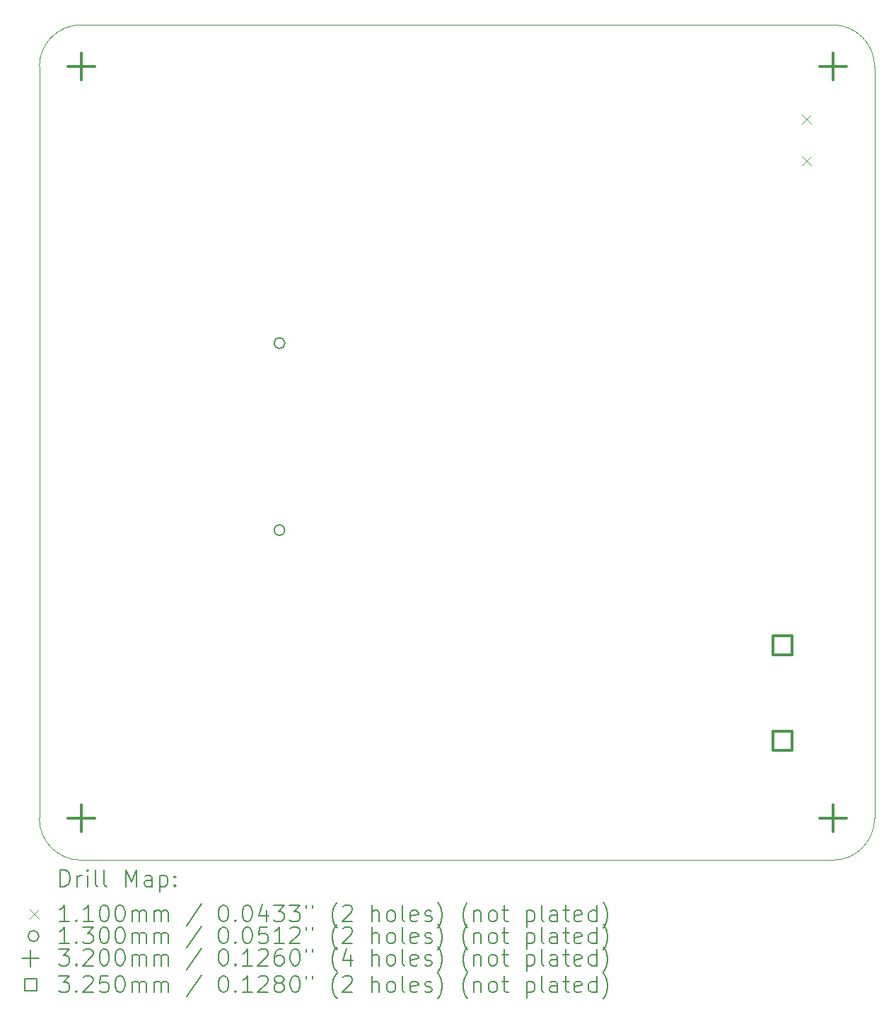
<source format=gbr>
%TF.GenerationSoftware,KiCad,Pcbnew,6.0.11-3.fc36*%
%TF.CreationDate,2023-04-28T14:32:20+02:00*%
%TF.ProjectId,openX65-vabo,6f70656e-5836-4352-9d76-61626f2e6b69,rev01*%
%TF.SameCoordinates,Original*%
%TF.FileFunction,Drillmap*%
%TF.FilePolarity,Positive*%
%FSLAX45Y45*%
G04 Gerber Fmt 4.5, Leading zero omitted, Abs format (unit mm)*
G04 Created by KiCad (PCBNEW 6.0.11-3.fc36) date 2023-04-28 14:32:20*
%MOMM*%
%LPD*%
G01*
G04 APERTURE LIST*
%ADD10C,0.100000*%
%ADD11C,0.200000*%
%ADD12C,0.110000*%
%ADD13C,0.130000*%
%ADD14C,0.320000*%
%ADD15C,0.325000*%
G04 APERTURE END LIST*
D10*
X6500000Y-4000000D02*
X15500000Y-4000000D01*
X16000000Y-13500000D02*
X16000000Y-4500000D01*
X6500000Y-4000004D02*
G75*
G03*
X6000000Y-4498000I-2000J-497996D01*
G01*
X6000000Y-13500000D02*
G75*
G03*
X6500000Y-14000000I500000J0D01*
G01*
X15500000Y-14000000D02*
X6500000Y-14000000D01*
X6000000Y-13500000D02*
X6000000Y-4498000D01*
X15500000Y-14000000D02*
G75*
G03*
X16000000Y-13500000I0J500000D01*
G01*
X16000000Y-4500000D02*
G75*
G03*
X15500000Y-4000000I-500000J0D01*
G01*
D11*
D12*
X15127500Y-5070000D02*
X15237500Y-5180000D01*
X15237500Y-5070000D02*
X15127500Y-5180000D01*
X15127500Y-5570000D02*
X15237500Y-5680000D01*
X15237500Y-5570000D02*
X15127500Y-5680000D01*
D13*
X8940000Y-7809000D02*
G75*
G03*
X8940000Y-7809000I-65000J0D01*
G01*
X8940000Y-10049000D02*
G75*
G03*
X8940000Y-10049000I-65000J0D01*
G01*
D14*
X6500000Y-4340000D02*
X6500000Y-4660000D01*
X6340000Y-4500000D02*
X6660000Y-4500000D01*
X6500000Y-13340000D02*
X6500000Y-13660000D01*
X6340000Y-13500000D02*
X6660000Y-13500000D01*
X15500000Y-4340000D02*
X15500000Y-4660000D01*
X15340000Y-4500000D02*
X15660000Y-4500000D01*
X15500000Y-13340000D02*
X15500000Y-13660000D01*
X15340000Y-13500000D02*
X15660000Y-13500000D01*
D15*
X15011906Y-11543406D02*
X15011906Y-11313594D01*
X14782094Y-11313594D01*
X14782094Y-11543406D01*
X15011906Y-11543406D01*
X15011906Y-12686406D02*
X15011906Y-12456594D01*
X14782094Y-12456594D01*
X14782094Y-12686406D01*
X15011906Y-12686406D01*
D11*
X6252619Y-14315476D02*
X6252619Y-14115476D01*
X6300238Y-14115476D01*
X6328809Y-14125000D01*
X6347857Y-14144048D01*
X6357381Y-14163095D01*
X6366905Y-14201190D01*
X6366905Y-14229762D01*
X6357381Y-14267857D01*
X6347857Y-14286905D01*
X6328809Y-14305952D01*
X6300238Y-14315476D01*
X6252619Y-14315476D01*
X6452619Y-14315476D02*
X6452619Y-14182143D01*
X6452619Y-14220238D02*
X6462143Y-14201190D01*
X6471667Y-14191667D01*
X6490714Y-14182143D01*
X6509762Y-14182143D01*
X6576428Y-14315476D02*
X6576428Y-14182143D01*
X6576428Y-14115476D02*
X6566905Y-14125000D01*
X6576428Y-14134524D01*
X6585952Y-14125000D01*
X6576428Y-14115476D01*
X6576428Y-14134524D01*
X6700238Y-14315476D02*
X6681190Y-14305952D01*
X6671667Y-14286905D01*
X6671667Y-14115476D01*
X6805000Y-14315476D02*
X6785952Y-14305952D01*
X6776428Y-14286905D01*
X6776428Y-14115476D01*
X7033571Y-14315476D02*
X7033571Y-14115476D01*
X7100238Y-14258333D01*
X7166905Y-14115476D01*
X7166905Y-14315476D01*
X7347857Y-14315476D02*
X7347857Y-14210714D01*
X7338333Y-14191667D01*
X7319286Y-14182143D01*
X7281190Y-14182143D01*
X7262143Y-14191667D01*
X7347857Y-14305952D02*
X7328809Y-14315476D01*
X7281190Y-14315476D01*
X7262143Y-14305952D01*
X7252619Y-14286905D01*
X7252619Y-14267857D01*
X7262143Y-14248809D01*
X7281190Y-14239286D01*
X7328809Y-14239286D01*
X7347857Y-14229762D01*
X7443095Y-14182143D02*
X7443095Y-14382143D01*
X7443095Y-14191667D02*
X7462143Y-14182143D01*
X7500238Y-14182143D01*
X7519286Y-14191667D01*
X7528809Y-14201190D01*
X7538333Y-14220238D01*
X7538333Y-14277381D01*
X7528809Y-14296428D01*
X7519286Y-14305952D01*
X7500238Y-14315476D01*
X7462143Y-14315476D01*
X7443095Y-14305952D01*
X7624048Y-14296428D02*
X7633571Y-14305952D01*
X7624048Y-14315476D01*
X7614524Y-14305952D01*
X7624048Y-14296428D01*
X7624048Y-14315476D01*
X7624048Y-14191667D02*
X7633571Y-14201190D01*
X7624048Y-14210714D01*
X7614524Y-14201190D01*
X7624048Y-14191667D01*
X7624048Y-14210714D01*
D12*
X5885000Y-14590000D02*
X5995000Y-14700000D01*
X5995000Y-14590000D02*
X5885000Y-14700000D01*
D11*
X6357381Y-14735476D02*
X6243095Y-14735476D01*
X6300238Y-14735476D02*
X6300238Y-14535476D01*
X6281190Y-14564048D01*
X6262143Y-14583095D01*
X6243095Y-14592619D01*
X6443095Y-14716428D02*
X6452619Y-14725952D01*
X6443095Y-14735476D01*
X6433571Y-14725952D01*
X6443095Y-14716428D01*
X6443095Y-14735476D01*
X6643095Y-14735476D02*
X6528809Y-14735476D01*
X6585952Y-14735476D02*
X6585952Y-14535476D01*
X6566905Y-14564048D01*
X6547857Y-14583095D01*
X6528809Y-14592619D01*
X6766905Y-14535476D02*
X6785952Y-14535476D01*
X6805000Y-14545000D01*
X6814524Y-14554524D01*
X6824048Y-14573571D01*
X6833571Y-14611667D01*
X6833571Y-14659286D01*
X6824048Y-14697381D01*
X6814524Y-14716428D01*
X6805000Y-14725952D01*
X6785952Y-14735476D01*
X6766905Y-14735476D01*
X6747857Y-14725952D01*
X6738333Y-14716428D01*
X6728809Y-14697381D01*
X6719286Y-14659286D01*
X6719286Y-14611667D01*
X6728809Y-14573571D01*
X6738333Y-14554524D01*
X6747857Y-14545000D01*
X6766905Y-14535476D01*
X6957381Y-14535476D02*
X6976428Y-14535476D01*
X6995476Y-14545000D01*
X7005000Y-14554524D01*
X7014524Y-14573571D01*
X7024048Y-14611667D01*
X7024048Y-14659286D01*
X7014524Y-14697381D01*
X7005000Y-14716428D01*
X6995476Y-14725952D01*
X6976428Y-14735476D01*
X6957381Y-14735476D01*
X6938333Y-14725952D01*
X6928809Y-14716428D01*
X6919286Y-14697381D01*
X6909762Y-14659286D01*
X6909762Y-14611667D01*
X6919286Y-14573571D01*
X6928809Y-14554524D01*
X6938333Y-14545000D01*
X6957381Y-14535476D01*
X7109762Y-14735476D02*
X7109762Y-14602143D01*
X7109762Y-14621190D02*
X7119286Y-14611667D01*
X7138333Y-14602143D01*
X7166905Y-14602143D01*
X7185952Y-14611667D01*
X7195476Y-14630714D01*
X7195476Y-14735476D01*
X7195476Y-14630714D02*
X7205000Y-14611667D01*
X7224048Y-14602143D01*
X7252619Y-14602143D01*
X7271667Y-14611667D01*
X7281190Y-14630714D01*
X7281190Y-14735476D01*
X7376428Y-14735476D02*
X7376428Y-14602143D01*
X7376428Y-14621190D02*
X7385952Y-14611667D01*
X7405000Y-14602143D01*
X7433571Y-14602143D01*
X7452619Y-14611667D01*
X7462143Y-14630714D01*
X7462143Y-14735476D01*
X7462143Y-14630714D02*
X7471667Y-14611667D01*
X7490714Y-14602143D01*
X7519286Y-14602143D01*
X7538333Y-14611667D01*
X7547857Y-14630714D01*
X7547857Y-14735476D01*
X7938333Y-14525952D02*
X7766905Y-14783095D01*
X8195476Y-14535476D02*
X8214524Y-14535476D01*
X8233571Y-14545000D01*
X8243095Y-14554524D01*
X8252619Y-14573571D01*
X8262143Y-14611667D01*
X8262143Y-14659286D01*
X8252619Y-14697381D01*
X8243095Y-14716428D01*
X8233571Y-14725952D01*
X8214524Y-14735476D01*
X8195476Y-14735476D01*
X8176428Y-14725952D01*
X8166905Y-14716428D01*
X8157381Y-14697381D01*
X8147857Y-14659286D01*
X8147857Y-14611667D01*
X8157381Y-14573571D01*
X8166905Y-14554524D01*
X8176428Y-14545000D01*
X8195476Y-14535476D01*
X8347857Y-14716428D02*
X8357381Y-14725952D01*
X8347857Y-14735476D01*
X8338333Y-14725952D01*
X8347857Y-14716428D01*
X8347857Y-14735476D01*
X8481190Y-14535476D02*
X8500238Y-14535476D01*
X8519286Y-14545000D01*
X8528810Y-14554524D01*
X8538333Y-14573571D01*
X8547857Y-14611667D01*
X8547857Y-14659286D01*
X8538333Y-14697381D01*
X8528810Y-14716428D01*
X8519286Y-14725952D01*
X8500238Y-14735476D01*
X8481190Y-14735476D01*
X8462143Y-14725952D01*
X8452619Y-14716428D01*
X8443095Y-14697381D01*
X8433571Y-14659286D01*
X8433571Y-14611667D01*
X8443095Y-14573571D01*
X8452619Y-14554524D01*
X8462143Y-14545000D01*
X8481190Y-14535476D01*
X8719286Y-14602143D02*
X8719286Y-14735476D01*
X8671667Y-14525952D02*
X8624048Y-14668809D01*
X8747857Y-14668809D01*
X8805000Y-14535476D02*
X8928810Y-14535476D01*
X8862143Y-14611667D01*
X8890714Y-14611667D01*
X8909762Y-14621190D01*
X8919286Y-14630714D01*
X8928810Y-14649762D01*
X8928810Y-14697381D01*
X8919286Y-14716428D01*
X8909762Y-14725952D01*
X8890714Y-14735476D01*
X8833571Y-14735476D01*
X8814524Y-14725952D01*
X8805000Y-14716428D01*
X8995476Y-14535476D02*
X9119286Y-14535476D01*
X9052619Y-14611667D01*
X9081190Y-14611667D01*
X9100238Y-14621190D01*
X9109762Y-14630714D01*
X9119286Y-14649762D01*
X9119286Y-14697381D01*
X9109762Y-14716428D01*
X9100238Y-14725952D01*
X9081190Y-14735476D01*
X9024048Y-14735476D01*
X9005000Y-14725952D01*
X8995476Y-14716428D01*
X9195476Y-14535476D02*
X9195476Y-14573571D01*
X9271667Y-14535476D02*
X9271667Y-14573571D01*
X9566905Y-14811667D02*
X9557381Y-14802143D01*
X9538333Y-14773571D01*
X9528810Y-14754524D01*
X9519286Y-14725952D01*
X9509762Y-14678333D01*
X9509762Y-14640238D01*
X9519286Y-14592619D01*
X9528810Y-14564048D01*
X9538333Y-14545000D01*
X9557381Y-14516428D01*
X9566905Y-14506905D01*
X9633571Y-14554524D02*
X9643095Y-14545000D01*
X9662143Y-14535476D01*
X9709762Y-14535476D01*
X9728810Y-14545000D01*
X9738333Y-14554524D01*
X9747857Y-14573571D01*
X9747857Y-14592619D01*
X9738333Y-14621190D01*
X9624048Y-14735476D01*
X9747857Y-14735476D01*
X9985952Y-14735476D02*
X9985952Y-14535476D01*
X10071667Y-14735476D02*
X10071667Y-14630714D01*
X10062143Y-14611667D01*
X10043095Y-14602143D01*
X10014524Y-14602143D01*
X9995476Y-14611667D01*
X9985952Y-14621190D01*
X10195476Y-14735476D02*
X10176429Y-14725952D01*
X10166905Y-14716428D01*
X10157381Y-14697381D01*
X10157381Y-14640238D01*
X10166905Y-14621190D01*
X10176429Y-14611667D01*
X10195476Y-14602143D01*
X10224048Y-14602143D01*
X10243095Y-14611667D01*
X10252619Y-14621190D01*
X10262143Y-14640238D01*
X10262143Y-14697381D01*
X10252619Y-14716428D01*
X10243095Y-14725952D01*
X10224048Y-14735476D01*
X10195476Y-14735476D01*
X10376429Y-14735476D02*
X10357381Y-14725952D01*
X10347857Y-14706905D01*
X10347857Y-14535476D01*
X10528810Y-14725952D02*
X10509762Y-14735476D01*
X10471667Y-14735476D01*
X10452619Y-14725952D01*
X10443095Y-14706905D01*
X10443095Y-14630714D01*
X10452619Y-14611667D01*
X10471667Y-14602143D01*
X10509762Y-14602143D01*
X10528810Y-14611667D01*
X10538333Y-14630714D01*
X10538333Y-14649762D01*
X10443095Y-14668809D01*
X10614524Y-14725952D02*
X10633571Y-14735476D01*
X10671667Y-14735476D01*
X10690714Y-14725952D01*
X10700238Y-14706905D01*
X10700238Y-14697381D01*
X10690714Y-14678333D01*
X10671667Y-14668809D01*
X10643095Y-14668809D01*
X10624048Y-14659286D01*
X10614524Y-14640238D01*
X10614524Y-14630714D01*
X10624048Y-14611667D01*
X10643095Y-14602143D01*
X10671667Y-14602143D01*
X10690714Y-14611667D01*
X10766905Y-14811667D02*
X10776429Y-14802143D01*
X10795476Y-14773571D01*
X10805000Y-14754524D01*
X10814524Y-14725952D01*
X10824048Y-14678333D01*
X10824048Y-14640238D01*
X10814524Y-14592619D01*
X10805000Y-14564048D01*
X10795476Y-14545000D01*
X10776429Y-14516428D01*
X10766905Y-14506905D01*
X11128810Y-14811667D02*
X11119286Y-14802143D01*
X11100238Y-14773571D01*
X11090714Y-14754524D01*
X11081190Y-14725952D01*
X11071667Y-14678333D01*
X11071667Y-14640238D01*
X11081190Y-14592619D01*
X11090714Y-14564048D01*
X11100238Y-14545000D01*
X11119286Y-14516428D01*
X11128810Y-14506905D01*
X11205000Y-14602143D02*
X11205000Y-14735476D01*
X11205000Y-14621190D02*
X11214524Y-14611667D01*
X11233571Y-14602143D01*
X11262143Y-14602143D01*
X11281190Y-14611667D01*
X11290714Y-14630714D01*
X11290714Y-14735476D01*
X11414524Y-14735476D02*
X11395476Y-14725952D01*
X11385952Y-14716428D01*
X11376428Y-14697381D01*
X11376428Y-14640238D01*
X11385952Y-14621190D01*
X11395476Y-14611667D01*
X11414524Y-14602143D01*
X11443095Y-14602143D01*
X11462143Y-14611667D01*
X11471667Y-14621190D01*
X11481190Y-14640238D01*
X11481190Y-14697381D01*
X11471667Y-14716428D01*
X11462143Y-14725952D01*
X11443095Y-14735476D01*
X11414524Y-14735476D01*
X11538333Y-14602143D02*
X11614524Y-14602143D01*
X11566905Y-14535476D02*
X11566905Y-14706905D01*
X11576428Y-14725952D01*
X11595476Y-14735476D01*
X11614524Y-14735476D01*
X11833571Y-14602143D02*
X11833571Y-14802143D01*
X11833571Y-14611667D02*
X11852619Y-14602143D01*
X11890714Y-14602143D01*
X11909762Y-14611667D01*
X11919286Y-14621190D01*
X11928809Y-14640238D01*
X11928809Y-14697381D01*
X11919286Y-14716428D01*
X11909762Y-14725952D01*
X11890714Y-14735476D01*
X11852619Y-14735476D01*
X11833571Y-14725952D01*
X12043095Y-14735476D02*
X12024048Y-14725952D01*
X12014524Y-14706905D01*
X12014524Y-14535476D01*
X12205000Y-14735476D02*
X12205000Y-14630714D01*
X12195476Y-14611667D01*
X12176428Y-14602143D01*
X12138333Y-14602143D01*
X12119286Y-14611667D01*
X12205000Y-14725952D02*
X12185952Y-14735476D01*
X12138333Y-14735476D01*
X12119286Y-14725952D01*
X12109762Y-14706905D01*
X12109762Y-14687857D01*
X12119286Y-14668809D01*
X12138333Y-14659286D01*
X12185952Y-14659286D01*
X12205000Y-14649762D01*
X12271667Y-14602143D02*
X12347857Y-14602143D01*
X12300238Y-14535476D02*
X12300238Y-14706905D01*
X12309762Y-14725952D01*
X12328809Y-14735476D01*
X12347857Y-14735476D01*
X12490714Y-14725952D02*
X12471667Y-14735476D01*
X12433571Y-14735476D01*
X12414524Y-14725952D01*
X12405000Y-14706905D01*
X12405000Y-14630714D01*
X12414524Y-14611667D01*
X12433571Y-14602143D01*
X12471667Y-14602143D01*
X12490714Y-14611667D01*
X12500238Y-14630714D01*
X12500238Y-14649762D01*
X12405000Y-14668809D01*
X12671667Y-14735476D02*
X12671667Y-14535476D01*
X12671667Y-14725952D02*
X12652619Y-14735476D01*
X12614524Y-14735476D01*
X12595476Y-14725952D01*
X12585952Y-14716428D01*
X12576428Y-14697381D01*
X12576428Y-14640238D01*
X12585952Y-14621190D01*
X12595476Y-14611667D01*
X12614524Y-14602143D01*
X12652619Y-14602143D01*
X12671667Y-14611667D01*
X12747857Y-14811667D02*
X12757381Y-14802143D01*
X12776428Y-14773571D01*
X12785952Y-14754524D01*
X12795476Y-14725952D01*
X12805000Y-14678333D01*
X12805000Y-14640238D01*
X12795476Y-14592619D01*
X12785952Y-14564048D01*
X12776428Y-14545000D01*
X12757381Y-14516428D01*
X12747857Y-14506905D01*
D13*
X5995000Y-14909000D02*
G75*
G03*
X5995000Y-14909000I-65000J0D01*
G01*
D11*
X6357381Y-14999476D02*
X6243095Y-14999476D01*
X6300238Y-14999476D02*
X6300238Y-14799476D01*
X6281190Y-14828048D01*
X6262143Y-14847095D01*
X6243095Y-14856619D01*
X6443095Y-14980428D02*
X6452619Y-14989952D01*
X6443095Y-14999476D01*
X6433571Y-14989952D01*
X6443095Y-14980428D01*
X6443095Y-14999476D01*
X6519286Y-14799476D02*
X6643095Y-14799476D01*
X6576428Y-14875667D01*
X6605000Y-14875667D01*
X6624048Y-14885190D01*
X6633571Y-14894714D01*
X6643095Y-14913762D01*
X6643095Y-14961381D01*
X6633571Y-14980428D01*
X6624048Y-14989952D01*
X6605000Y-14999476D01*
X6547857Y-14999476D01*
X6528809Y-14989952D01*
X6519286Y-14980428D01*
X6766905Y-14799476D02*
X6785952Y-14799476D01*
X6805000Y-14809000D01*
X6814524Y-14818524D01*
X6824048Y-14837571D01*
X6833571Y-14875667D01*
X6833571Y-14923286D01*
X6824048Y-14961381D01*
X6814524Y-14980428D01*
X6805000Y-14989952D01*
X6785952Y-14999476D01*
X6766905Y-14999476D01*
X6747857Y-14989952D01*
X6738333Y-14980428D01*
X6728809Y-14961381D01*
X6719286Y-14923286D01*
X6719286Y-14875667D01*
X6728809Y-14837571D01*
X6738333Y-14818524D01*
X6747857Y-14809000D01*
X6766905Y-14799476D01*
X6957381Y-14799476D02*
X6976428Y-14799476D01*
X6995476Y-14809000D01*
X7005000Y-14818524D01*
X7014524Y-14837571D01*
X7024048Y-14875667D01*
X7024048Y-14923286D01*
X7014524Y-14961381D01*
X7005000Y-14980428D01*
X6995476Y-14989952D01*
X6976428Y-14999476D01*
X6957381Y-14999476D01*
X6938333Y-14989952D01*
X6928809Y-14980428D01*
X6919286Y-14961381D01*
X6909762Y-14923286D01*
X6909762Y-14875667D01*
X6919286Y-14837571D01*
X6928809Y-14818524D01*
X6938333Y-14809000D01*
X6957381Y-14799476D01*
X7109762Y-14999476D02*
X7109762Y-14866143D01*
X7109762Y-14885190D02*
X7119286Y-14875667D01*
X7138333Y-14866143D01*
X7166905Y-14866143D01*
X7185952Y-14875667D01*
X7195476Y-14894714D01*
X7195476Y-14999476D01*
X7195476Y-14894714D02*
X7205000Y-14875667D01*
X7224048Y-14866143D01*
X7252619Y-14866143D01*
X7271667Y-14875667D01*
X7281190Y-14894714D01*
X7281190Y-14999476D01*
X7376428Y-14999476D02*
X7376428Y-14866143D01*
X7376428Y-14885190D02*
X7385952Y-14875667D01*
X7405000Y-14866143D01*
X7433571Y-14866143D01*
X7452619Y-14875667D01*
X7462143Y-14894714D01*
X7462143Y-14999476D01*
X7462143Y-14894714D02*
X7471667Y-14875667D01*
X7490714Y-14866143D01*
X7519286Y-14866143D01*
X7538333Y-14875667D01*
X7547857Y-14894714D01*
X7547857Y-14999476D01*
X7938333Y-14789952D02*
X7766905Y-15047095D01*
X8195476Y-14799476D02*
X8214524Y-14799476D01*
X8233571Y-14809000D01*
X8243095Y-14818524D01*
X8252619Y-14837571D01*
X8262143Y-14875667D01*
X8262143Y-14923286D01*
X8252619Y-14961381D01*
X8243095Y-14980428D01*
X8233571Y-14989952D01*
X8214524Y-14999476D01*
X8195476Y-14999476D01*
X8176428Y-14989952D01*
X8166905Y-14980428D01*
X8157381Y-14961381D01*
X8147857Y-14923286D01*
X8147857Y-14875667D01*
X8157381Y-14837571D01*
X8166905Y-14818524D01*
X8176428Y-14809000D01*
X8195476Y-14799476D01*
X8347857Y-14980428D02*
X8357381Y-14989952D01*
X8347857Y-14999476D01*
X8338333Y-14989952D01*
X8347857Y-14980428D01*
X8347857Y-14999476D01*
X8481190Y-14799476D02*
X8500238Y-14799476D01*
X8519286Y-14809000D01*
X8528810Y-14818524D01*
X8538333Y-14837571D01*
X8547857Y-14875667D01*
X8547857Y-14923286D01*
X8538333Y-14961381D01*
X8528810Y-14980428D01*
X8519286Y-14989952D01*
X8500238Y-14999476D01*
X8481190Y-14999476D01*
X8462143Y-14989952D01*
X8452619Y-14980428D01*
X8443095Y-14961381D01*
X8433571Y-14923286D01*
X8433571Y-14875667D01*
X8443095Y-14837571D01*
X8452619Y-14818524D01*
X8462143Y-14809000D01*
X8481190Y-14799476D01*
X8728810Y-14799476D02*
X8633571Y-14799476D01*
X8624048Y-14894714D01*
X8633571Y-14885190D01*
X8652619Y-14875667D01*
X8700238Y-14875667D01*
X8719286Y-14885190D01*
X8728810Y-14894714D01*
X8738333Y-14913762D01*
X8738333Y-14961381D01*
X8728810Y-14980428D01*
X8719286Y-14989952D01*
X8700238Y-14999476D01*
X8652619Y-14999476D01*
X8633571Y-14989952D01*
X8624048Y-14980428D01*
X8928810Y-14999476D02*
X8814524Y-14999476D01*
X8871667Y-14999476D02*
X8871667Y-14799476D01*
X8852619Y-14828048D01*
X8833571Y-14847095D01*
X8814524Y-14856619D01*
X9005000Y-14818524D02*
X9014524Y-14809000D01*
X9033571Y-14799476D01*
X9081190Y-14799476D01*
X9100238Y-14809000D01*
X9109762Y-14818524D01*
X9119286Y-14837571D01*
X9119286Y-14856619D01*
X9109762Y-14885190D01*
X8995476Y-14999476D01*
X9119286Y-14999476D01*
X9195476Y-14799476D02*
X9195476Y-14837571D01*
X9271667Y-14799476D02*
X9271667Y-14837571D01*
X9566905Y-15075667D02*
X9557381Y-15066143D01*
X9538333Y-15037571D01*
X9528810Y-15018524D01*
X9519286Y-14989952D01*
X9509762Y-14942333D01*
X9509762Y-14904238D01*
X9519286Y-14856619D01*
X9528810Y-14828048D01*
X9538333Y-14809000D01*
X9557381Y-14780428D01*
X9566905Y-14770905D01*
X9633571Y-14818524D02*
X9643095Y-14809000D01*
X9662143Y-14799476D01*
X9709762Y-14799476D01*
X9728810Y-14809000D01*
X9738333Y-14818524D01*
X9747857Y-14837571D01*
X9747857Y-14856619D01*
X9738333Y-14885190D01*
X9624048Y-14999476D01*
X9747857Y-14999476D01*
X9985952Y-14999476D02*
X9985952Y-14799476D01*
X10071667Y-14999476D02*
X10071667Y-14894714D01*
X10062143Y-14875667D01*
X10043095Y-14866143D01*
X10014524Y-14866143D01*
X9995476Y-14875667D01*
X9985952Y-14885190D01*
X10195476Y-14999476D02*
X10176429Y-14989952D01*
X10166905Y-14980428D01*
X10157381Y-14961381D01*
X10157381Y-14904238D01*
X10166905Y-14885190D01*
X10176429Y-14875667D01*
X10195476Y-14866143D01*
X10224048Y-14866143D01*
X10243095Y-14875667D01*
X10252619Y-14885190D01*
X10262143Y-14904238D01*
X10262143Y-14961381D01*
X10252619Y-14980428D01*
X10243095Y-14989952D01*
X10224048Y-14999476D01*
X10195476Y-14999476D01*
X10376429Y-14999476D02*
X10357381Y-14989952D01*
X10347857Y-14970905D01*
X10347857Y-14799476D01*
X10528810Y-14989952D02*
X10509762Y-14999476D01*
X10471667Y-14999476D01*
X10452619Y-14989952D01*
X10443095Y-14970905D01*
X10443095Y-14894714D01*
X10452619Y-14875667D01*
X10471667Y-14866143D01*
X10509762Y-14866143D01*
X10528810Y-14875667D01*
X10538333Y-14894714D01*
X10538333Y-14913762D01*
X10443095Y-14932809D01*
X10614524Y-14989952D02*
X10633571Y-14999476D01*
X10671667Y-14999476D01*
X10690714Y-14989952D01*
X10700238Y-14970905D01*
X10700238Y-14961381D01*
X10690714Y-14942333D01*
X10671667Y-14932809D01*
X10643095Y-14932809D01*
X10624048Y-14923286D01*
X10614524Y-14904238D01*
X10614524Y-14894714D01*
X10624048Y-14875667D01*
X10643095Y-14866143D01*
X10671667Y-14866143D01*
X10690714Y-14875667D01*
X10766905Y-15075667D02*
X10776429Y-15066143D01*
X10795476Y-15037571D01*
X10805000Y-15018524D01*
X10814524Y-14989952D01*
X10824048Y-14942333D01*
X10824048Y-14904238D01*
X10814524Y-14856619D01*
X10805000Y-14828048D01*
X10795476Y-14809000D01*
X10776429Y-14780428D01*
X10766905Y-14770905D01*
X11128810Y-15075667D02*
X11119286Y-15066143D01*
X11100238Y-15037571D01*
X11090714Y-15018524D01*
X11081190Y-14989952D01*
X11071667Y-14942333D01*
X11071667Y-14904238D01*
X11081190Y-14856619D01*
X11090714Y-14828048D01*
X11100238Y-14809000D01*
X11119286Y-14780428D01*
X11128810Y-14770905D01*
X11205000Y-14866143D02*
X11205000Y-14999476D01*
X11205000Y-14885190D02*
X11214524Y-14875667D01*
X11233571Y-14866143D01*
X11262143Y-14866143D01*
X11281190Y-14875667D01*
X11290714Y-14894714D01*
X11290714Y-14999476D01*
X11414524Y-14999476D02*
X11395476Y-14989952D01*
X11385952Y-14980428D01*
X11376428Y-14961381D01*
X11376428Y-14904238D01*
X11385952Y-14885190D01*
X11395476Y-14875667D01*
X11414524Y-14866143D01*
X11443095Y-14866143D01*
X11462143Y-14875667D01*
X11471667Y-14885190D01*
X11481190Y-14904238D01*
X11481190Y-14961381D01*
X11471667Y-14980428D01*
X11462143Y-14989952D01*
X11443095Y-14999476D01*
X11414524Y-14999476D01*
X11538333Y-14866143D02*
X11614524Y-14866143D01*
X11566905Y-14799476D02*
X11566905Y-14970905D01*
X11576428Y-14989952D01*
X11595476Y-14999476D01*
X11614524Y-14999476D01*
X11833571Y-14866143D02*
X11833571Y-15066143D01*
X11833571Y-14875667D02*
X11852619Y-14866143D01*
X11890714Y-14866143D01*
X11909762Y-14875667D01*
X11919286Y-14885190D01*
X11928809Y-14904238D01*
X11928809Y-14961381D01*
X11919286Y-14980428D01*
X11909762Y-14989952D01*
X11890714Y-14999476D01*
X11852619Y-14999476D01*
X11833571Y-14989952D01*
X12043095Y-14999476D02*
X12024048Y-14989952D01*
X12014524Y-14970905D01*
X12014524Y-14799476D01*
X12205000Y-14999476D02*
X12205000Y-14894714D01*
X12195476Y-14875667D01*
X12176428Y-14866143D01*
X12138333Y-14866143D01*
X12119286Y-14875667D01*
X12205000Y-14989952D02*
X12185952Y-14999476D01*
X12138333Y-14999476D01*
X12119286Y-14989952D01*
X12109762Y-14970905D01*
X12109762Y-14951857D01*
X12119286Y-14932809D01*
X12138333Y-14923286D01*
X12185952Y-14923286D01*
X12205000Y-14913762D01*
X12271667Y-14866143D02*
X12347857Y-14866143D01*
X12300238Y-14799476D02*
X12300238Y-14970905D01*
X12309762Y-14989952D01*
X12328809Y-14999476D01*
X12347857Y-14999476D01*
X12490714Y-14989952D02*
X12471667Y-14999476D01*
X12433571Y-14999476D01*
X12414524Y-14989952D01*
X12405000Y-14970905D01*
X12405000Y-14894714D01*
X12414524Y-14875667D01*
X12433571Y-14866143D01*
X12471667Y-14866143D01*
X12490714Y-14875667D01*
X12500238Y-14894714D01*
X12500238Y-14913762D01*
X12405000Y-14932809D01*
X12671667Y-14999476D02*
X12671667Y-14799476D01*
X12671667Y-14989952D02*
X12652619Y-14999476D01*
X12614524Y-14999476D01*
X12595476Y-14989952D01*
X12585952Y-14980428D01*
X12576428Y-14961381D01*
X12576428Y-14904238D01*
X12585952Y-14885190D01*
X12595476Y-14875667D01*
X12614524Y-14866143D01*
X12652619Y-14866143D01*
X12671667Y-14875667D01*
X12747857Y-15075667D02*
X12757381Y-15066143D01*
X12776428Y-15037571D01*
X12785952Y-15018524D01*
X12795476Y-14989952D01*
X12805000Y-14942333D01*
X12805000Y-14904238D01*
X12795476Y-14856619D01*
X12785952Y-14828048D01*
X12776428Y-14809000D01*
X12757381Y-14780428D01*
X12747857Y-14770905D01*
X5895000Y-15073000D02*
X5895000Y-15273000D01*
X5795000Y-15173000D02*
X5995000Y-15173000D01*
X6233571Y-15063476D02*
X6357381Y-15063476D01*
X6290714Y-15139667D01*
X6319286Y-15139667D01*
X6338333Y-15149190D01*
X6347857Y-15158714D01*
X6357381Y-15177762D01*
X6357381Y-15225381D01*
X6347857Y-15244428D01*
X6338333Y-15253952D01*
X6319286Y-15263476D01*
X6262143Y-15263476D01*
X6243095Y-15253952D01*
X6233571Y-15244428D01*
X6443095Y-15244428D02*
X6452619Y-15253952D01*
X6443095Y-15263476D01*
X6433571Y-15253952D01*
X6443095Y-15244428D01*
X6443095Y-15263476D01*
X6528809Y-15082524D02*
X6538333Y-15073000D01*
X6557381Y-15063476D01*
X6605000Y-15063476D01*
X6624048Y-15073000D01*
X6633571Y-15082524D01*
X6643095Y-15101571D01*
X6643095Y-15120619D01*
X6633571Y-15149190D01*
X6519286Y-15263476D01*
X6643095Y-15263476D01*
X6766905Y-15063476D02*
X6785952Y-15063476D01*
X6805000Y-15073000D01*
X6814524Y-15082524D01*
X6824048Y-15101571D01*
X6833571Y-15139667D01*
X6833571Y-15187286D01*
X6824048Y-15225381D01*
X6814524Y-15244428D01*
X6805000Y-15253952D01*
X6785952Y-15263476D01*
X6766905Y-15263476D01*
X6747857Y-15253952D01*
X6738333Y-15244428D01*
X6728809Y-15225381D01*
X6719286Y-15187286D01*
X6719286Y-15139667D01*
X6728809Y-15101571D01*
X6738333Y-15082524D01*
X6747857Y-15073000D01*
X6766905Y-15063476D01*
X6957381Y-15063476D02*
X6976428Y-15063476D01*
X6995476Y-15073000D01*
X7005000Y-15082524D01*
X7014524Y-15101571D01*
X7024048Y-15139667D01*
X7024048Y-15187286D01*
X7014524Y-15225381D01*
X7005000Y-15244428D01*
X6995476Y-15253952D01*
X6976428Y-15263476D01*
X6957381Y-15263476D01*
X6938333Y-15253952D01*
X6928809Y-15244428D01*
X6919286Y-15225381D01*
X6909762Y-15187286D01*
X6909762Y-15139667D01*
X6919286Y-15101571D01*
X6928809Y-15082524D01*
X6938333Y-15073000D01*
X6957381Y-15063476D01*
X7109762Y-15263476D02*
X7109762Y-15130143D01*
X7109762Y-15149190D02*
X7119286Y-15139667D01*
X7138333Y-15130143D01*
X7166905Y-15130143D01*
X7185952Y-15139667D01*
X7195476Y-15158714D01*
X7195476Y-15263476D01*
X7195476Y-15158714D02*
X7205000Y-15139667D01*
X7224048Y-15130143D01*
X7252619Y-15130143D01*
X7271667Y-15139667D01*
X7281190Y-15158714D01*
X7281190Y-15263476D01*
X7376428Y-15263476D02*
X7376428Y-15130143D01*
X7376428Y-15149190D02*
X7385952Y-15139667D01*
X7405000Y-15130143D01*
X7433571Y-15130143D01*
X7452619Y-15139667D01*
X7462143Y-15158714D01*
X7462143Y-15263476D01*
X7462143Y-15158714D02*
X7471667Y-15139667D01*
X7490714Y-15130143D01*
X7519286Y-15130143D01*
X7538333Y-15139667D01*
X7547857Y-15158714D01*
X7547857Y-15263476D01*
X7938333Y-15053952D02*
X7766905Y-15311095D01*
X8195476Y-15063476D02*
X8214524Y-15063476D01*
X8233571Y-15073000D01*
X8243095Y-15082524D01*
X8252619Y-15101571D01*
X8262143Y-15139667D01*
X8262143Y-15187286D01*
X8252619Y-15225381D01*
X8243095Y-15244428D01*
X8233571Y-15253952D01*
X8214524Y-15263476D01*
X8195476Y-15263476D01*
X8176428Y-15253952D01*
X8166905Y-15244428D01*
X8157381Y-15225381D01*
X8147857Y-15187286D01*
X8147857Y-15139667D01*
X8157381Y-15101571D01*
X8166905Y-15082524D01*
X8176428Y-15073000D01*
X8195476Y-15063476D01*
X8347857Y-15244428D02*
X8357381Y-15253952D01*
X8347857Y-15263476D01*
X8338333Y-15253952D01*
X8347857Y-15244428D01*
X8347857Y-15263476D01*
X8547857Y-15263476D02*
X8433571Y-15263476D01*
X8490714Y-15263476D02*
X8490714Y-15063476D01*
X8471667Y-15092048D01*
X8452619Y-15111095D01*
X8433571Y-15120619D01*
X8624048Y-15082524D02*
X8633571Y-15073000D01*
X8652619Y-15063476D01*
X8700238Y-15063476D01*
X8719286Y-15073000D01*
X8728810Y-15082524D01*
X8738333Y-15101571D01*
X8738333Y-15120619D01*
X8728810Y-15149190D01*
X8614524Y-15263476D01*
X8738333Y-15263476D01*
X8909762Y-15063476D02*
X8871667Y-15063476D01*
X8852619Y-15073000D01*
X8843095Y-15082524D01*
X8824048Y-15111095D01*
X8814524Y-15149190D01*
X8814524Y-15225381D01*
X8824048Y-15244428D01*
X8833571Y-15253952D01*
X8852619Y-15263476D01*
X8890714Y-15263476D01*
X8909762Y-15253952D01*
X8919286Y-15244428D01*
X8928810Y-15225381D01*
X8928810Y-15177762D01*
X8919286Y-15158714D01*
X8909762Y-15149190D01*
X8890714Y-15139667D01*
X8852619Y-15139667D01*
X8833571Y-15149190D01*
X8824048Y-15158714D01*
X8814524Y-15177762D01*
X9052619Y-15063476D02*
X9071667Y-15063476D01*
X9090714Y-15073000D01*
X9100238Y-15082524D01*
X9109762Y-15101571D01*
X9119286Y-15139667D01*
X9119286Y-15187286D01*
X9109762Y-15225381D01*
X9100238Y-15244428D01*
X9090714Y-15253952D01*
X9071667Y-15263476D01*
X9052619Y-15263476D01*
X9033571Y-15253952D01*
X9024048Y-15244428D01*
X9014524Y-15225381D01*
X9005000Y-15187286D01*
X9005000Y-15139667D01*
X9014524Y-15101571D01*
X9024048Y-15082524D01*
X9033571Y-15073000D01*
X9052619Y-15063476D01*
X9195476Y-15063476D02*
X9195476Y-15101571D01*
X9271667Y-15063476D02*
X9271667Y-15101571D01*
X9566905Y-15339667D02*
X9557381Y-15330143D01*
X9538333Y-15301571D01*
X9528810Y-15282524D01*
X9519286Y-15253952D01*
X9509762Y-15206333D01*
X9509762Y-15168238D01*
X9519286Y-15120619D01*
X9528810Y-15092048D01*
X9538333Y-15073000D01*
X9557381Y-15044428D01*
X9566905Y-15034905D01*
X9728810Y-15130143D02*
X9728810Y-15263476D01*
X9681190Y-15053952D02*
X9633571Y-15196809D01*
X9757381Y-15196809D01*
X9985952Y-15263476D02*
X9985952Y-15063476D01*
X10071667Y-15263476D02*
X10071667Y-15158714D01*
X10062143Y-15139667D01*
X10043095Y-15130143D01*
X10014524Y-15130143D01*
X9995476Y-15139667D01*
X9985952Y-15149190D01*
X10195476Y-15263476D02*
X10176429Y-15253952D01*
X10166905Y-15244428D01*
X10157381Y-15225381D01*
X10157381Y-15168238D01*
X10166905Y-15149190D01*
X10176429Y-15139667D01*
X10195476Y-15130143D01*
X10224048Y-15130143D01*
X10243095Y-15139667D01*
X10252619Y-15149190D01*
X10262143Y-15168238D01*
X10262143Y-15225381D01*
X10252619Y-15244428D01*
X10243095Y-15253952D01*
X10224048Y-15263476D01*
X10195476Y-15263476D01*
X10376429Y-15263476D02*
X10357381Y-15253952D01*
X10347857Y-15234905D01*
X10347857Y-15063476D01*
X10528810Y-15253952D02*
X10509762Y-15263476D01*
X10471667Y-15263476D01*
X10452619Y-15253952D01*
X10443095Y-15234905D01*
X10443095Y-15158714D01*
X10452619Y-15139667D01*
X10471667Y-15130143D01*
X10509762Y-15130143D01*
X10528810Y-15139667D01*
X10538333Y-15158714D01*
X10538333Y-15177762D01*
X10443095Y-15196809D01*
X10614524Y-15253952D02*
X10633571Y-15263476D01*
X10671667Y-15263476D01*
X10690714Y-15253952D01*
X10700238Y-15234905D01*
X10700238Y-15225381D01*
X10690714Y-15206333D01*
X10671667Y-15196809D01*
X10643095Y-15196809D01*
X10624048Y-15187286D01*
X10614524Y-15168238D01*
X10614524Y-15158714D01*
X10624048Y-15139667D01*
X10643095Y-15130143D01*
X10671667Y-15130143D01*
X10690714Y-15139667D01*
X10766905Y-15339667D02*
X10776429Y-15330143D01*
X10795476Y-15301571D01*
X10805000Y-15282524D01*
X10814524Y-15253952D01*
X10824048Y-15206333D01*
X10824048Y-15168238D01*
X10814524Y-15120619D01*
X10805000Y-15092048D01*
X10795476Y-15073000D01*
X10776429Y-15044428D01*
X10766905Y-15034905D01*
X11128810Y-15339667D02*
X11119286Y-15330143D01*
X11100238Y-15301571D01*
X11090714Y-15282524D01*
X11081190Y-15253952D01*
X11071667Y-15206333D01*
X11071667Y-15168238D01*
X11081190Y-15120619D01*
X11090714Y-15092048D01*
X11100238Y-15073000D01*
X11119286Y-15044428D01*
X11128810Y-15034905D01*
X11205000Y-15130143D02*
X11205000Y-15263476D01*
X11205000Y-15149190D02*
X11214524Y-15139667D01*
X11233571Y-15130143D01*
X11262143Y-15130143D01*
X11281190Y-15139667D01*
X11290714Y-15158714D01*
X11290714Y-15263476D01*
X11414524Y-15263476D02*
X11395476Y-15253952D01*
X11385952Y-15244428D01*
X11376428Y-15225381D01*
X11376428Y-15168238D01*
X11385952Y-15149190D01*
X11395476Y-15139667D01*
X11414524Y-15130143D01*
X11443095Y-15130143D01*
X11462143Y-15139667D01*
X11471667Y-15149190D01*
X11481190Y-15168238D01*
X11481190Y-15225381D01*
X11471667Y-15244428D01*
X11462143Y-15253952D01*
X11443095Y-15263476D01*
X11414524Y-15263476D01*
X11538333Y-15130143D02*
X11614524Y-15130143D01*
X11566905Y-15063476D02*
X11566905Y-15234905D01*
X11576428Y-15253952D01*
X11595476Y-15263476D01*
X11614524Y-15263476D01*
X11833571Y-15130143D02*
X11833571Y-15330143D01*
X11833571Y-15139667D02*
X11852619Y-15130143D01*
X11890714Y-15130143D01*
X11909762Y-15139667D01*
X11919286Y-15149190D01*
X11928809Y-15168238D01*
X11928809Y-15225381D01*
X11919286Y-15244428D01*
X11909762Y-15253952D01*
X11890714Y-15263476D01*
X11852619Y-15263476D01*
X11833571Y-15253952D01*
X12043095Y-15263476D02*
X12024048Y-15253952D01*
X12014524Y-15234905D01*
X12014524Y-15063476D01*
X12205000Y-15263476D02*
X12205000Y-15158714D01*
X12195476Y-15139667D01*
X12176428Y-15130143D01*
X12138333Y-15130143D01*
X12119286Y-15139667D01*
X12205000Y-15253952D02*
X12185952Y-15263476D01*
X12138333Y-15263476D01*
X12119286Y-15253952D01*
X12109762Y-15234905D01*
X12109762Y-15215857D01*
X12119286Y-15196809D01*
X12138333Y-15187286D01*
X12185952Y-15187286D01*
X12205000Y-15177762D01*
X12271667Y-15130143D02*
X12347857Y-15130143D01*
X12300238Y-15063476D02*
X12300238Y-15234905D01*
X12309762Y-15253952D01*
X12328809Y-15263476D01*
X12347857Y-15263476D01*
X12490714Y-15253952D02*
X12471667Y-15263476D01*
X12433571Y-15263476D01*
X12414524Y-15253952D01*
X12405000Y-15234905D01*
X12405000Y-15158714D01*
X12414524Y-15139667D01*
X12433571Y-15130143D01*
X12471667Y-15130143D01*
X12490714Y-15139667D01*
X12500238Y-15158714D01*
X12500238Y-15177762D01*
X12405000Y-15196809D01*
X12671667Y-15263476D02*
X12671667Y-15063476D01*
X12671667Y-15253952D02*
X12652619Y-15263476D01*
X12614524Y-15263476D01*
X12595476Y-15253952D01*
X12585952Y-15244428D01*
X12576428Y-15225381D01*
X12576428Y-15168238D01*
X12585952Y-15149190D01*
X12595476Y-15139667D01*
X12614524Y-15130143D01*
X12652619Y-15130143D01*
X12671667Y-15139667D01*
X12747857Y-15339667D02*
X12757381Y-15330143D01*
X12776428Y-15301571D01*
X12785952Y-15282524D01*
X12795476Y-15253952D01*
X12805000Y-15206333D01*
X12805000Y-15168238D01*
X12795476Y-15120619D01*
X12785952Y-15092048D01*
X12776428Y-15073000D01*
X12757381Y-15044428D01*
X12747857Y-15034905D01*
X5965711Y-15563711D02*
X5965711Y-15422289D01*
X5824289Y-15422289D01*
X5824289Y-15563711D01*
X5965711Y-15563711D01*
X6233571Y-15383476D02*
X6357381Y-15383476D01*
X6290714Y-15459667D01*
X6319286Y-15459667D01*
X6338333Y-15469190D01*
X6347857Y-15478714D01*
X6357381Y-15497762D01*
X6357381Y-15545381D01*
X6347857Y-15564428D01*
X6338333Y-15573952D01*
X6319286Y-15583476D01*
X6262143Y-15583476D01*
X6243095Y-15573952D01*
X6233571Y-15564428D01*
X6443095Y-15564428D02*
X6452619Y-15573952D01*
X6443095Y-15583476D01*
X6433571Y-15573952D01*
X6443095Y-15564428D01*
X6443095Y-15583476D01*
X6528809Y-15402524D02*
X6538333Y-15393000D01*
X6557381Y-15383476D01*
X6605000Y-15383476D01*
X6624048Y-15393000D01*
X6633571Y-15402524D01*
X6643095Y-15421571D01*
X6643095Y-15440619D01*
X6633571Y-15469190D01*
X6519286Y-15583476D01*
X6643095Y-15583476D01*
X6824048Y-15383476D02*
X6728809Y-15383476D01*
X6719286Y-15478714D01*
X6728809Y-15469190D01*
X6747857Y-15459667D01*
X6795476Y-15459667D01*
X6814524Y-15469190D01*
X6824048Y-15478714D01*
X6833571Y-15497762D01*
X6833571Y-15545381D01*
X6824048Y-15564428D01*
X6814524Y-15573952D01*
X6795476Y-15583476D01*
X6747857Y-15583476D01*
X6728809Y-15573952D01*
X6719286Y-15564428D01*
X6957381Y-15383476D02*
X6976428Y-15383476D01*
X6995476Y-15393000D01*
X7005000Y-15402524D01*
X7014524Y-15421571D01*
X7024048Y-15459667D01*
X7024048Y-15507286D01*
X7014524Y-15545381D01*
X7005000Y-15564428D01*
X6995476Y-15573952D01*
X6976428Y-15583476D01*
X6957381Y-15583476D01*
X6938333Y-15573952D01*
X6928809Y-15564428D01*
X6919286Y-15545381D01*
X6909762Y-15507286D01*
X6909762Y-15459667D01*
X6919286Y-15421571D01*
X6928809Y-15402524D01*
X6938333Y-15393000D01*
X6957381Y-15383476D01*
X7109762Y-15583476D02*
X7109762Y-15450143D01*
X7109762Y-15469190D02*
X7119286Y-15459667D01*
X7138333Y-15450143D01*
X7166905Y-15450143D01*
X7185952Y-15459667D01*
X7195476Y-15478714D01*
X7195476Y-15583476D01*
X7195476Y-15478714D02*
X7205000Y-15459667D01*
X7224048Y-15450143D01*
X7252619Y-15450143D01*
X7271667Y-15459667D01*
X7281190Y-15478714D01*
X7281190Y-15583476D01*
X7376428Y-15583476D02*
X7376428Y-15450143D01*
X7376428Y-15469190D02*
X7385952Y-15459667D01*
X7405000Y-15450143D01*
X7433571Y-15450143D01*
X7452619Y-15459667D01*
X7462143Y-15478714D01*
X7462143Y-15583476D01*
X7462143Y-15478714D02*
X7471667Y-15459667D01*
X7490714Y-15450143D01*
X7519286Y-15450143D01*
X7538333Y-15459667D01*
X7547857Y-15478714D01*
X7547857Y-15583476D01*
X7938333Y-15373952D02*
X7766905Y-15631095D01*
X8195476Y-15383476D02*
X8214524Y-15383476D01*
X8233571Y-15393000D01*
X8243095Y-15402524D01*
X8252619Y-15421571D01*
X8262143Y-15459667D01*
X8262143Y-15507286D01*
X8252619Y-15545381D01*
X8243095Y-15564428D01*
X8233571Y-15573952D01*
X8214524Y-15583476D01*
X8195476Y-15583476D01*
X8176428Y-15573952D01*
X8166905Y-15564428D01*
X8157381Y-15545381D01*
X8147857Y-15507286D01*
X8147857Y-15459667D01*
X8157381Y-15421571D01*
X8166905Y-15402524D01*
X8176428Y-15393000D01*
X8195476Y-15383476D01*
X8347857Y-15564428D02*
X8357381Y-15573952D01*
X8347857Y-15583476D01*
X8338333Y-15573952D01*
X8347857Y-15564428D01*
X8347857Y-15583476D01*
X8547857Y-15583476D02*
X8433571Y-15583476D01*
X8490714Y-15583476D02*
X8490714Y-15383476D01*
X8471667Y-15412048D01*
X8452619Y-15431095D01*
X8433571Y-15440619D01*
X8624048Y-15402524D02*
X8633571Y-15393000D01*
X8652619Y-15383476D01*
X8700238Y-15383476D01*
X8719286Y-15393000D01*
X8728810Y-15402524D01*
X8738333Y-15421571D01*
X8738333Y-15440619D01*
X8728810Y-15469190D01*
X8614524Y-15583476D01*
X8738333Y-15583476D01*
X8852619Y-15469190D02*
X8833571Y-15459667D01*
X8824048Y-15450143D01*
X8814524Y-15431095D01*
X8814524Y-15421571D01*
X8824048Y-15402524D01*
X8833571Y-15393000D01*
X8852619Y-15383476D01*
X8890714Y-15383476D01*
X8909762Y-15393000D01*
X8919286Y-15402524D01*
X8928810Y-15421571D01*
X8928810Y-15431095D01*
X8919286Y-15450143D01*
X8909762Y-15459667D01*
X8890714Y-15469190D01*
X8852619Y-15469190D01*
X8833571Y-15478714D01*
X8824048Y-15488238D01*
X8814524Y-15507286D01*
X8814524Y-15545381D01*
X8824048Y-15564428D01*
X8833571Y-15573952D01*
X8852619Y-15583476D01*
X8890714Y-15583476D01*
X8909762Y-15573952D01*
X8919286Y-15564428D01*
X8928810Y-15545381D01*
X8928810Y-15507286D01*
X8919286Y-15488238D01*
X8909762Y-15478714D01*
X8890714Y-15469190D01*
X9052619Y-15383476D02*
X9071667Y-15383476D01*
X9090714Y-15393000D01*
X9100238Y-15402524D01*
X9109762Y-15421571D01*
X9119286Y-15459667D01*
X9119286Y-15507286D01*
X9109762Y-15545381D01*
X9100238Y-15564428D01*
X9090714Y-15573952D01*
X9071667Y-15583476D01*
X9052619Y-15583476D01*
X9033571Y-15573952D01*
X9024048Y-15564428D01*
X9014524Y-15545381D01*
X9005000Y-15507286D01*
X9005000Y-15459667D01*
X9014524Y-15421571D01*
X9024048Y-15402524D01*
X9033571Y-15393000D01*
X9052619Y-15383476D01*
X9195476Y-15383476D02*
X9195476Y-15421571D01*
X9271667Y-15383476D02*
X9271667Y-15421571D01*
X9566905Y-15659667D02*
X9557381Y-15650143D01*
X9538333Y-15621571D01*
X9528810Y-15602524D01*
X9519286Y-15573952D01*
X9509762Y-15526333D01*
X9509762Y-15488238D01*
X9519286Y-15440619D01*
X9528810Y-15412048D01*
X9538333Y-15393000D01*
X9557381Y-15364428D01*
X9566905Y-15354905D01*
X9633571Y-15402524D02*
X9643095Y-15393000D01*
X9662143Y-15383476D01*
X9709762Y-15383476D01*
X9728810Y-15393000D01*
X9738333Y-15402524D01*
X9747857Y-15421571D01*
X9747857Y-15440619D01*
X9738333Y-15469190D01*
X9624048Y-15583476D01*
X9747857Y-15583476D01*
X9985952Y-15583476D02*
X9985952Y-15383476D01*
X10071667Y-15583476D02*
X10071667Y-15478714D01*
X10062143Y-15459667D01*
X10043095Y-15450143D01*
X10014524Y-15450143D01*
X9995476Y-15459667D01*
X9985952Y-15469190D01*
X10195476Y-15583476D02*
X10176429Y-15573952D01*
X10166905Y-15564428D01*
X10157381Y-15545381D01*
X10157381Y-15488238D01*
X10166905Y-15469190D01*
X10176429Y-15459667D01*
X10195476Y-15450143D01*
X10224048Y-15450143D01*
X10243095Y-15459667D01*
X10252619Y-15469190D01*
X10262143Y-15488238D01*
X10262143Y-15545381D01*
X10252619Y-15564428D01*
X10243095Y-15573952D01*
X10224048Y-15583476D01*
X10195476Y-15583476D01*
X10376429Y-15583476D02*
X10357381Y-15573952D01*
X10347857Y-15554905D01*
X10347857Y-15383476D01*
X10528810Y-15573952D02*
X10509762Y-15583476D01*
X10471667Y-15583476D01*
X10452619Y-15573952D01*
X10443095Y-15554905D01*
X10443095Y-15478714D01*
X10452619Y-15459667D01*
X10471667Y-15450143D01*
X10509762Y-15450143D01*
X10528810Y-15459667D01*
X10538333Y-15478714D01*
X10538333Y-15497762D01*
X10443095Y-15516809D01*
X10614524Y-15573952D02*
X10633571Y-15583476D01*
X10671667Y-15583476D01*
X10690714Y-15573952D01*
X10700238Y-15554905D01*
X10700238Y-15545381D01*
X10690714Y-15526333D01*
X10671667Y-15516809D01*
X10643095Y-15516809D01*
X10624048Y-15507286D01*
X10614524Y-15488238D01*
X10614524Y-15478714D01*
X10624048Y-15459667D01*
X10643095Y-15450143D01*
X10671667Y-15450143D01*
X10690714Y-15459667D01*
X10766905Y-15659667D02*
X10776429Y-15650143D01*
X10795476Y-15621571D01*
X10805000Y-15602524D01*
X10814524Y-15573952D01*
X10824048Y-15526333D01*
X10824048Y-15488238D01*
X10814524Y-15440619D01*
X10805000Y-15412048D01*
X10795476Y-15393000D01*
X10776429Y-15364428D01*
X10766905Y-15354905D01*
X11128810Y-15659667D02*
X11119286Y-15650143D01*
X11100238Y-15621571D01*
X11090714Y-15602524D01*
X11081190Y-15573952D01*
X11071667Y-15526333D01*
X11071667Y-15488238D01*
X11081190Y-15440619D01*
X11090714Y-15412048D01*
X11100238Y-15393000D01*
X11119286Y-15364428D01*
X11128810Y-15354905D01*
X11205000Y-15450143D02*
X11205000Y-15583476D01*
X11205000Y-15469190D02*
X11214524Y-15459667D01*
X11233571Y-15450143D01*
X11262143Y-15450143D01*
X11281190Y-15459667D01*
X11290714Y-15478714D01*
X11290714Y-15583476D01*
X11414524Y-15583476D02*
X11395476Y-15573952D01*
X11385952Y-15564428D01*
X11376428Y-15545381D01*
X11376428Y-15488238D01*
X11385952Y-15469190D01*
X11395476Y-15459667D01*
X11414524Y-15450143D01*
X11443095Y-15450143D01*
X11462143Y-15459667D01*
X11471667Y-15469190D01*
X11481190Y-15488238D01*
X11481190Y-15545381D01*
X11471667Y-15564428D01*
X11462143Y-15573952D01*
X11443095Y-15583476D01*
X11414524Y-15583476D01*
X11538333Y-15450143D02*
X11614524Y-15450143D01*
X11566905Y-15383476D02*
X11566905Y-15554905D01*
X11576428Y-15573952D01*
X11595476Y-15583476D01*
X11614524Y-15583476D01*
X11833571Y-15450143D02*
X11833571Y-15650143D01*
X11833571Y-15459667D02*
X11852619Y-15450143D01*
X11890714Y-15450143D01*
X11909762Y-15459667D01*
X11919286Y-15469190D01*
X11928809Y-15488238D01*
X11928809Y-15545381D01*
X11919286Y-15564428D01*
X11909762Y-15573952D01*
X11890714Y-15583476D01*
X11852619Y-15583476D01*
X11833571Y-15573952D01*
X12043095Y-15583476D02*
X12024048Y-15573952D01*
X12014524Y-15554905D01*
X12014524Y-15383476D01*
X12205000Y-15583476D02*
X12205000Y-15478714D01*
X12195476Y-15459667D01*
X12176428Y-15450143D01*
X12138333Y-15450143D01*
X12119286Y-15459667D01*
X12205000Y-15573952D02*
X12185952Y-15583476D01*
X12138333Y-15583476D01*
X12119286Y-15573952D01*
X12109762Y-15554905D01*
X12109762Y-15535857D01*
X12119286Y-15516809D01*
X12138333Y-15507286D01*
X12185952Y-15507286D01*
X12205000Y-15497762D01*
X12271667Y-15450143D02*
X12347857Y-15450143D01*
X12300238Y-15383476D02*
X12300238Y-15554905D01*
X12309762Y-15573952D01*
X12328809Y-15583476D01*
X12347857Y-15583476D01*
X12490714Y-15573952D02*
X12471667Y-15583476D01*
X12433571Y-15583476D01*
X12414524Y-15573952D01*
X12405000Y-15554905D01*
X12405000Y-15478714D01*
X12414524Y-15459667D01*
X12433571Y-15450143D01*
X12471667Y-15450143D01*
X12490714Y-15459667D01*
X12500238Y-15478714D01*
X12500238Y-15497762D01*
X12405000Y-15516809D01*
X12671667Y-15583476D02*
X12671667Y-15383476D01*
X12671667Y-15573952D02*
X12652619Y-15583476D01*
X12614524Y-15583476D01*
X12595476Y-15573952D01*
X12585952Y-15564428D01*
X12576428Y-15545381D01*
X12576428Y-15488238D01*
X12585952Y-15469190D01*
X12595476Y-15459667D01*
X12614524Y-15450143D01*
X12652619Y-15450143D01*
X12671667Y-15459667D01*
X12747857Y-15659667D02*
X12757381Y-15650143D01*
X12776428Y-15621571D01*
X12785952Y-15602524D01*
X12795476Y-15573952D01*
X12805000Y-15526333D01*
X12805000Y-15488238D01*
X12795476Y-15440619D01*
X12785952Y-15412048D01*
X12776428Y-15393000D01*
X12757381Y-15364428D01*
X12747857Y-15354905D01*
M02*

</source>
